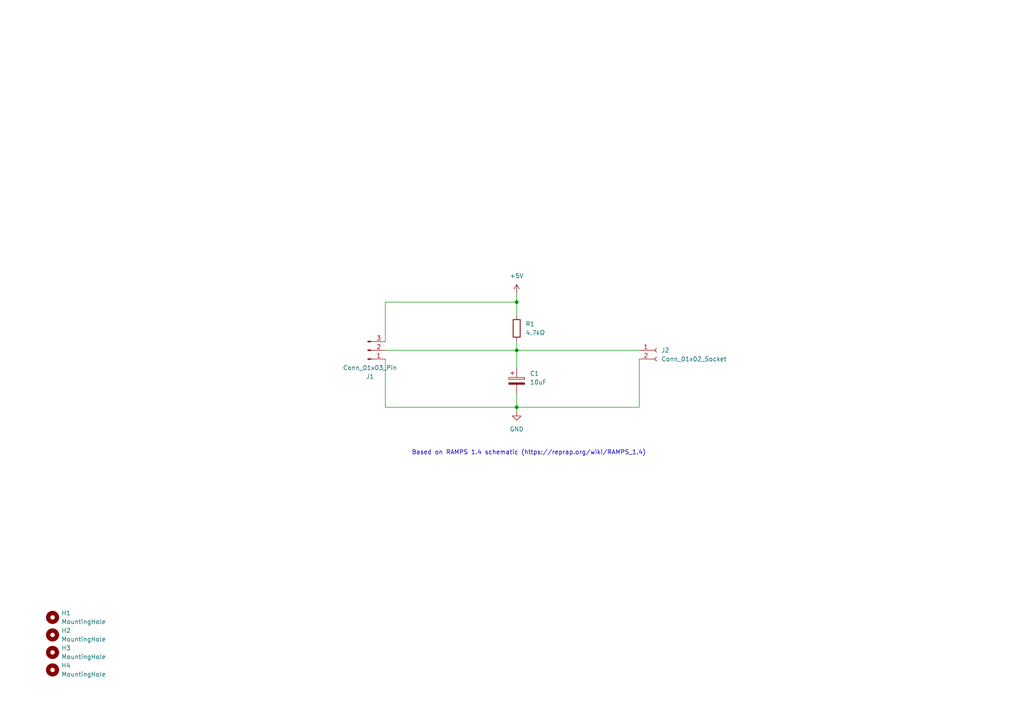
<source format=kicad_sch>
(kicad_sch (version 20230121) (generator eeschema)
  (paper "A4")
  (title_block (title "${project_title} - ${board_title}") (date "2023-10-18") (rev "${git_describe}") (company "${company}") (comment 1 "${drawn_by}") (comment 4 "${git_url}"))
  (lib_symbols
    (symbol "Connector:Conn_01x02_Socket" (pin_names (offset 1.016) hide)
      (property "Reference" "J" (at 0 2.54 0))
      (property "Value" "Conn_01x02_Socket" (at 0 -5.08 0))
      (symbol "Conn_01x02_Socket_1_1"
        (arc (start 0 -2.032) (mid -0.5058 -2.54) (end 0 -3.048) (stroke (width 0.1524)))
        (polyline (pts (xy -1.27 -2.54) (xy -0.508 -2.54)) (stroke (width 0.1524)))
        (polyline (pts (xy -1.27 0) (xy -0.508 0)) (stroke (width 0.1524)))
        (arc (start 0 0.508) (mid -0.5058 0) (end 0 -0.508) (stroke (width 0.1524)))
        (pin passive line (at -5.08 0 0) (length 3.81) (name "Pin_1") (number "1"))
        (pin passive line (at -5.08 -2.54 0) (length 3.81) (name "Pin_2") (number "2"))
      )
    )
    (symbol "Connector:Conn_01x03_Pin" (pin_names (offset 1.016) hide)
      (property "Reference" "J" (at 0 5.08 0))
      (property "Value" "Conn_01x03_Pin" (at 0 -5.08 0))
      (symbol "Conn_01x03_Pin_1_1"
        (polyline (pts (xy 1.27 -2.54) (xy 0.8636 -2.54)) (stroke (width 0.1524)))
        (polyline (pts (xy 1.27 0) (xy 0.8636 0)) (stroke (width 0.1524)))
        (polyline (pts (xy 1.27 2.54) (xy 0.8636 2.54)) (stroke (width 0.1524)))
        (rectangle (start 0.8636 -2.413) (end 0 -2.667) (stroke (width 0.1524)) (fill (type outline)))
        (rectangle (start 0.8636 0.127) (end 0 -0.127) (stroke (width 0.1524)) (fill (type outline)))
        (rectangle (start 0.8636 2.667) (end 0 2.413) (stroke (width 0.1524)) (fill (type outline)))
        (pin passive line (at 5.08 2.54 180) (length 3.81) (name "Pin_1") (number "1"))
        (pin passive line (at 5.08 0 180) (length 3.81) (name "Pin_2") (number "2"))
        (pin passive line (at 5.08 -2.54 180) (length 3.81) (name "Pin_3") (number "3"))
      )
    )
    (symbol "Device:C_Polarized" (pin_numbers hide) (pin_names (offset 0.254))
      (property "Reference" "C" (at 0.635 2.54 0))
      (property "Value" "C_Polarized" (at 0.635 -2.54 0))
      (symbol "C_Polarized_0_1"
        (rectangle (start -2.286 0.508) (end 2.286 1.016))
        (polyline (pts (xy -1.778 2.286) (xy -0.762 2.286)))
        (polyline (pts (xy -1.27 2.794) (xy -1.27 1.778)))
        (rectangle (start 2.286 -0.508) (end -2.286 -1.016) (fill (type outline)))
      )
      (symbol "C_Polarized_1_1"
        (pin passive line (at 0 3.81 270) (length 2.794) (name "~") (number "1"))
        (pin passive line (at 0 -3.81 90) (length 2.794) (name "~") (number "2"))
      )
    )
    (symbol "Device:R" (pin_numbers hide) (pin_names (offset 0))
      (property "Reference" "R" (at 2.032 0 90))
      (property "Value" "R" (at 0 0 90))
      (symbol "R_0_1"
        (rectangle (start -1.016 -2.54) (end 1.016 2.54) (stroke (width 0.254)))
      )
      (symbol "R_1_1"
        (pin passive line (at 0 3.81 270) (length 1.27) (name "~") (number "1"))
        (pin passive line (at 0 -3.81 90) (length 1.27) (name "~") (number "2"))
      )
    )
    (symbol "Mechanical:MountingHole" (pin_names (offset 1.016))
      (property "Reference" "H" (at 0 5.08 0))
      (property "Value" "MountingHole" (at 0 3.175 0))
      (symbol "MountingHole_0_1"
        (circle (center 0 0) (radius 1.27) (stroke (width 1.27)))
      )
    )
    (symbol "power:+5V" (power) (pin_names (offset 0))
      (property "Value" "+5V" (at 0 3.556 0))
      (symbol "+5V_0_1"
        (polyline (pts (xy -0.762 1.27) (xy 0 2.54)))
        (polyline (pts (xy 0 0) (xy 0 2.54)))
        (polyline (pts (xy 0 2.54) (xy 0.762 1.27)))
      )
      (symbol "+5V_1_1"
        (pin power_in line (at 0 0 90) (length 0) hide (name "+5V") (number "1"))
      )
    )
    (symbol "power:GND" (power) (pin_names (offset 0))
      (property "Value" "GND" (at 0 -3.81 0))
      (symbol "GND_0_1"
        (polyline (pts (xy 0 0) (xy 0 -1.27) (xy 1.27 -1.27) (xy 0 -2.54) (xy -1.27 -1.27) (xy 0 -1.27)))
      )
      (symbol "GND_1_1"
        (pin power_in line (at 0 0 270) (length 0) hide (name "GND") (number "1"))
      )
    )
  )
  (junction (at 149.86 101.6))
  (junction (at 149.86 87.63))
  (junction (at 149.86 118.11))
  (wire (pts (xy 149.86 85.09) (xy 149.86 87.63)))
  (wire (pts (xy 111.76 87.63) (xy 111.76 99.06)))
  (wire (pts (xy 185.42 104.14) (xy 185.42 118.11)))
  (wire (pts (xy 185.42 118.11) (xy 149.86 118.11)))
  (wire (pts (xy 111.76 118.11) (xy 149.86 118.11)))
  (wire (pts (xy 111.76 101.6) (xy 149.86 101.6)))
  (wire (pts (xy 149.86 101.6) (xy 149.86 106.68)))
  (wire (pts (xy 149.86 101.6) (xy 185.42 101.6)))
  (wire (pts (xy 149.86 119.38) (xy 149.86 118.11)))
  (wire (pts (xy 111.76 104.14) (xy 111.76 118.11)))
  (wire (pts (xy 149.86 99.06) (xy 149.86 101.6)))
  (wire (pts (xy 149.86 118.11) (xy 149.86 114.3)))
  (wire (pts (xy 111.76 87.63) (xy 149.86 87.63)))
  (wire (pts (xy 149.86 87.63) (xy 149.86 91.44)))
  (text "Based on RAMPS 1.4 schematic (https://reprap.org/wiki/RAMPS_1.4)" (at 119.38 132.08 0) (effects (font (size 1.27 1.27)) (justify left bottom)))
  (symbol (lib_id "Mechanical:MountingHole") (at 15.24 194.31 0) (unit 1)
    (property "Reference" "H4" (at 17.78 193.04 0) (effects (justify left)))
    (property "Value" "MountingHole" (at 17.78 195.58 0) (effects (justify left)))
    (property "Footprint" "MountingHole:MountingHole_2.2mm_M2" (effects hide))
  )
  (symbol (lib_id "Device:C_Polarized") (at 149.86 110.49 0) (unit 1)
    (property "Reference" "C1" (at 153.67 108.331 0) (effects (justify left)))
    (property "Value" "10uF" (at 153.67 110.871 0) (effects (justify left)))
    (property "Footprint" "Capacitor_THT:CP_Radial_D6.3mm_P2.50mm" (effects hide))
  )
  (symbol (lib_id "Mechanical:MountingHole") (at 15.24 189.23 0) (unit 1)
    (property "Reference" "H3" (at 17.78 187.96 0) (effects (justify left)))
    (property "Value" "MountingHole" (at 17.78 190.5 0) (effects (justify left)))
    (property "Footprint" "MountingHole:MountingHole_2.2mm_M2" (effects hide))
  )
  (symbol (lib_id "Connector:Conn_01x02_Socket") (at 190.5 101.6 0) (unit 1)
    (property "Reference" "J2" (at 191.77 101.6 0) (effects (justify left)))
    (property "Value" "Conn_01x02_Socket" (at 191.77 104.14 0) (effects (justify left)))
    (property "Footprint" "Connector_Molex:Molex_Micro-Fit_3.0_43650-0215_1x02_P3.00mm_Vertical" (effects hide))
  )
  (symbol (lib_id "Device:R") (at 149.86 95.25 0) (unit 1)
    (property "Reference" "R1" (at 152.4 93.98 0) (effects (justify left)))
    (property "Value" "4.7kΩ" (at 152.4 96.52 0) (effects (justify left)))
    (property "Footprint" "Resistor_THT:R_Axial_DIN0204_L3.6mm_D1.6mm_P5.08mm_Horizontal" (effects hide))
  )
  (symbol (lib_id "Mechanical:MountingHole") (at 15.24 179.07 0) (unit 1)
    (property "Reference" "H1" (at 17.78 177.8 0) (effects (justify left)))
    (property "Value" "MountingHole" (at 17.78 180.34 0) (effects (justify left)))
    (property "Footprint" "MountingHole:MountingHole_2.2mm_M2" (effects hide))
  )
  (symbol (lib_id "Mechanical:MountingHole") (at 15.24 184.15 0) (unit 1)
    (property "Reference" "H2" (at 17.78 182.88 0) (effects (justify left)))
    (property "Value" "MountingHole" (at 17.78 185.42 0) (effects (justify left)))
    (property "Footprint" "MountingHole:MountingHole_2.2mm_M2" (effects hide))
  )
  (symbol (lib_id "Connector:Conn_01x03_Pin") (at 106.68 101.6 0) (mirror x) (unit 1)
    (property "Reference" "J1" (at 107.315 109.22 0))
    (property "Value" "Conn_01x03_Pin" (at 107.315 106.68 0))
    (property "Footprint" "Connector_Molex:Molex_Micro-Fit_3.0_43650-0315_1x03_P3.00mm_Vertical" (effects hide))
  )
  (symbol (lib_id "power:+5V") (at 149.86 85.09 0) (unit 1)
    (property "Reference" "#PWR01" (effects hide))
    (property "Value" "+5V" (at 149.86 80.01 0))
  )
  (symbol (lib_id "power:GND") (at 149.86 119.38 0) (unit 1)
    (property "Reference" "#PWR02" (effects hide))
    (property "Value" "GND" (at 149.86 124.46 0))
  )
)
</source>
